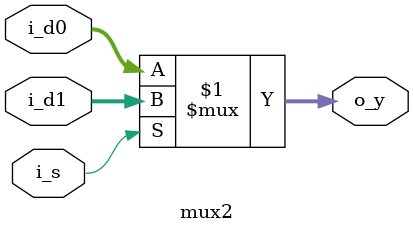
<source format=sv>
module mux2 #(
  parameter NB_DATA = 8
)(
  input logic [NB_DATA-1:0] i_d0, i_d1,
  input logic i_s,
  output logic [NB_DATA-1:0] o_y
  );
 
  assign o_y = i_s ? i_d1 : i_d0;
  
endmodule

</source>
